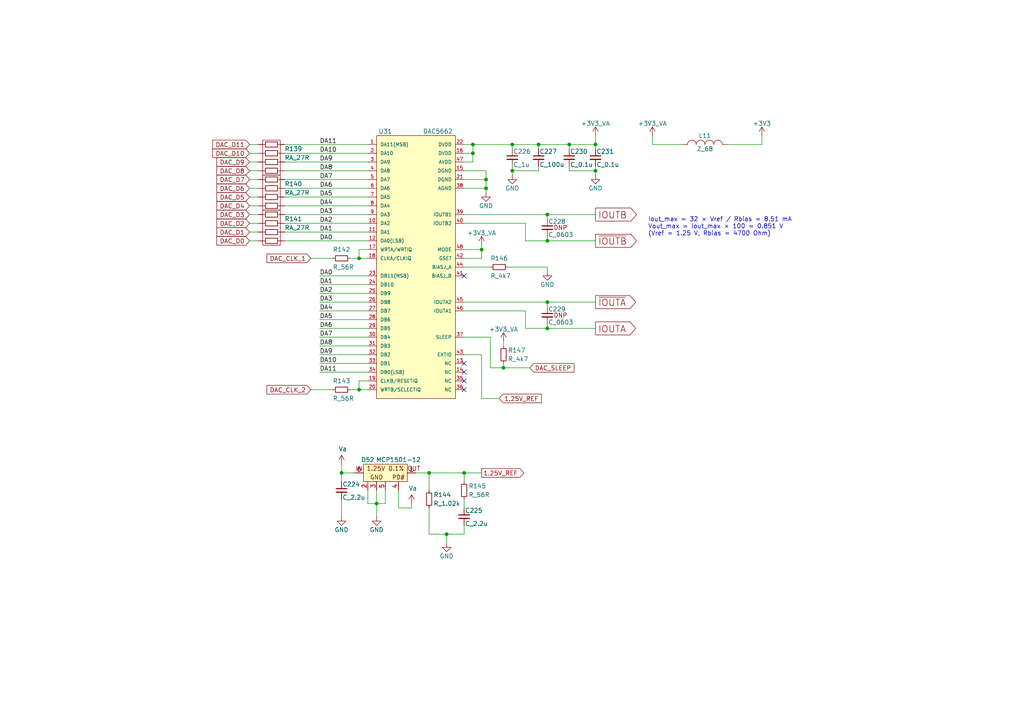
<source format=kicad_sch>
(kicad_sch (version 20231120) (generator "eeschema") (generator_version "8.0")
  (paper "A4")
  (title_block (rev "v2") (comment 1 "Copyright Dejan Priversek 2017"))
  (lib_symbols
    (symbol "ScopefunParts:+3.3V" (power) (pin_names (offset 0))
      (property "Value" "+3.3V" (at 0 3.556 0))
      (symbol "+3.3V_0_1"
        (polyline (pts (xy -0.762 1.27) (xy 0 2.54)))
        (polyline (pts (xy 0 0) (xy 0 2.54)))
        (polyline (pts (xy 0 2.54) (xy 0.762 1.27)))
      )
      (symbol "+3.3V_1_1"
        (pin power_in line (at 0 0 90) (length 0) hide (name "+3V3") (number "1"))
      )
    )
    (symbol "ScopefunParts:+3.3V_VA" (power) (pin_names (offset 0))
      (property "Value" "+3.3V_VA" (at 0 3.556 0))
      (symbol "+3.3V_VA_0_1"
        (polyline (pts (xy -0.762 1.27) (xy 0 2.54)))
        (polyline (pts (xy 0 0) (xy 0 2.54)))
        (polyline (pts (xy 0 2.54) (xy 0.762 1.27)))
      )
      (symbol "+3.3V_VA_1_1"
        (pin power_in line (at 0 0 90) (length 0) hide (name "+3V3_VA") (number "1"))
      )
    )
    (symbol "ScopefunParts:+Va" (power) (pin_names (offset 0))
      (property "Value" "+Va" (at 0 3.556 0))
      (symbol "+Va_0_1"
        (polyline (pts (xy -0.762 1.27) (xy 0 2.54)))
        (polyline (pts (xy 0 0) (xy 0 2.54)))
        (polyline (pts (xy 0 2.54) (xy 0.762 1.27)))
      )
      (symbol "+Va_1_1"
        (pin power_in line (at 0 0 90) (length 0) hide (name "Va") (number "1"))
      )
    )
    (symbol "ScopefunParts:C_0.1u" (pin_numbers hide) (pin_names (offset 0.254) hide)
      (property "Reference" "C" (at 0.254 1.778 0))
      (property "Value" "C_0.1u" (at 0.254 -2.032 0))
      (symbol "C_0.1u_0_1"
        (polyline (pts (xy -1.524 -0.508) (xy 1.524 -0.508)) (stroke (width 0.3302)))
        (polyline (pts (xy -1.524 0.508) (xy 1.524 0.508)) (stroke (width 0.3048)))
      )
      (symbol "C_0.1u_1_1"
        (pin passive line (at 0 2.54 270) (length 1.905) (name "~") (number "1"))
        (pin passive line (at 0 -2.54 90) (length 2.032) (name "~") (number "2"))
      )
    )
    (symbol "ScopefunParts:C_0603" (pin_numbers hide) (pin_names (offset 0.254) hide)
      (property "Reference" "C" (at 0.254 1.778 0))
      (property "Value" "C_0603" (at 0.254 -2.032 0))
      (symbol "C_0603_0_0"
        (text "DNP" (at 3.81 0 0) (effects (font (size 1.27 1.27))))
      )
      (symbol "C_0603_0_1"
        (polyline (pts (xy -1.524 -0.508) (xy 1.524 -0.508)) (stroke (width 0.3302)))
        (polyline (pts (xy -1.524 0.508) (xy 1.524 0.508)) (stroke (width 0.3048)))
      )
      (symbol "C_0603_1_1"
        (pin passive line (at 0 2.54 270) (length 1.905) (name "~") (number "1"))
        (pin passive line (at 0 -2.54 90) (length 2.032) (name "~") (number "2"))
      )
    )
    (symbol "ScopefunParts:C_100u" (pin_numbers hide) (pin_names (offset 0.254) hide)
      (property "Reference" "C" (at 0.254 1.778 0))
      (property "Value" "C_100u" (at 0.254 -2.032 0))
      (symbol "C_100u_0_1"
        (polyline (pts (xy -1.524 -0.508) (xy 1.524 -0.508)) (stroke (width 0.3302)))
        (polyline (pts (xy -1.524 0.508) (xy 1.524 0.508)) (stroke (width 0.3048)))
      )
      (symbol "C_100u_1_1"
        (pin passive line (at 0 2.54 270) (length 1.905) (name "~") (number "1"))
        (pin passive line (at 0 -2.54 90) (length 2.032) (name "~") (number "2"))
      )
    )
    (symbol "ScopefunParts:C_1u" (pin_numbers hide) (pin_names (offset 0.254) hide)
      (property "Reference" "C" (at 0.254 1.778 0))
      (property "Value" "C_1u" (at 0.254 -2.032 0))
      (symbol "C_1u_0_1"
        (polyline (pts (xy -1.524 -0.508) (xy 1.524 -0.508)) (stroke (width 0.3302)))
        (polyline (pts (xy -1.524 0.508) (xy 1.524 0.508)) (stroke (width 0.3048)))
      )
      (symbol "C_1u_1_1"
        (pin passive line (at 0 2.54 270) (length 1.905) (name "~") (number "1"))
        (pin passive line (at 0 -2.54 90) (length 2.032) (name "~") (number "2"))
      )
    )
    (symbol "ScopefunParts:C_2.2u" (pin_numbers hide) (pin_names (offset 0.254) hide)
      (property "Reference" "C" (at 0.254 1.778 0))
      (property "Value" "C_2.2u" (at 0.254 -2.032 0))
      (symbol "C_2.2u_0_1"
        (polyline (pts (xy -1.524 -0.508) (xy 1.524 -0.508)) (stroke (width 0.3302)))
        (polyline (pts (xy -1.524 0.508) (xy 1.524 0.508)) (stroke (width 0.3048)))
      )
      (symbol "C_2.2u_1_1"
        (pin passive line (at 0 2.54 270) (length 1.905) (name "~") (number "1"))
        (pin passive line (at 0 -2.54 90) (length 2.032) (name "~") (number "2"))
      )
    )
    (symbol "ScopefunParts:DAC5662" (pin_names (offset 1.016))
      (property "Reference" "U" (at -8.89 34.29 0))
      (property "Value" "DAC5662" (at 6.35 34.29 0))
      (symbol "DAC5662_1_1"
        (rectangle (start -11.43 33.02) (end 11.43 -43.18) (fill (type background)))
        (pin input line (at -13.97 30.48 0) (length 2.54) (name "DA11(MSB)") (number "1"))
        (pin input line (at -13.97 7.62 0) (length 2.54) (name "DA2") (number "10"))
        (pin input line (at -13.97 5.08 0) (length 2.54) (name "DA1") (number "11"))
        (pin input line (at -13.97 2.54 0) (length 2.54) (name "DA0(LSB)") (number "12"))
        (pin unspecified line (at 13.97 -33.02 180) (length 2.54) (name "NC") (number "13"))
        (pin unspecified line (at 13.97 -35.56 180) (length 2.54) (name "NC") (number "14"))
        (pin power_in line (at 13.97 22.86 180) (length 2.54) (name "DGND") (number "15"))
        (pin power_in line (at 13.97 27.94 180) (length 2.54) (name "DVDD") (number "16"))
        (pin input line (at -13.97 0 0) (length 2.54) (name "WRTA/WRTIQ") (number "17"))
        (pin input line (at -13.97 -2.54 0) (length 2.54) (name "CLKA/CLKIQ") (number "18"))
        (pin input line (at -13.97 -38.1 0) (length 2.54) (name "CLKB/RESETIQ") (number "19"))
        (pin input line (at -13.97 27.94 0) (length 2.54) (name "DA10") (number "2"))
        (pin input line (at -13.97 -40.64 0) (length 2.54) (name "WRTB/SELECTIQ") (number "20"))
        (pin power_in line (at 13.97 20.32 180) (length 2.54) (name "DGND") (number "21"))
        (pin power_in line (at 13.97 30.48 180) (length 2.54) (name "DVDD") (number "22"))
        (pin input line (at -13.97 -7.62 0) (length 2.54) (name "DB11(MSB)") (number "23"))
        (pin input line (at -13.97 -10.16 0) (length 2.54) (name "DB10") (number "24"))
        (pin input line (at -13.97 -12.7 0) (length 2.54) (name "DB9") (number "25"))
        (pin input line (at -13.97 -15.24 0) (length 2.54) (name "DB8") (number "26"))
        (pin input line (at -13.97 -17.78 0) (length 2.54) (name "DB7") (number "27"))
        (pin input line (at -13.97 -20.32 0) (length 2.54) (name "DB6") (number "28"))
        (pin input line (at -13.97 -22.86 0) (length 2.54) (name "DB5") (number "29"))
        (pin input line (at -13.97 25.4 0) (length 2.54) (name "DA9") (number "3"))
        (pin input line (at -13.97 -25.4 0) (length 2.54) (name "DB4") (number "30"))
        (pin input line (at -13.97 -27.94 0) (length 2.54) (name "DB3") (number "31"))
        (pin input line (at -13.97 -30.48 0) (length 2.54) (name "DB2") (number "32"))
        (pin input line (at -13.97 -33.02 0) (length 2.54) (name "DB1") (number "33"))
        (pin input line (at -13.97 -35.56 0) (length 2.54) (name "DB0(LSB)") (number "34"))
        (pin unspecified line (at 13.97 -38.1 180) (length 2.54) (name "NC") (number "35"))
        (pin unspecified line (at 13.97 -40.64 180) (length 2.54) (name "NC") (number "36"))
        (pin input line (at 13.97 -25.4 180) (length 2.54) (name "SLEEP") (number "37"))
        (pin power_in line (at 13.97 17.78 180) (length 2.54) (name "AGND") (number "38"))
        (pin output line (at 13.97 10.16 180) (length 2.54) (name "IOUTB1") (number "39"))
        (pin input line (at -13.97 22.86 0) (length 2.54) (name "DA8") (number "4"))
        (pin output line (at 13.97 7.62 180) (length 2.54) (name "IOUTB2") (number "40"))
        (pin input line (at 13.97 -7.62 180) (length 2.54) (name "BIASJ_B") (number "41"))
        (pin input line (at 13.97 -2.54 180) (length 2.54) (name "GSET") (number "42"))
        (pin bidirectional line (at 13.97 -30.48 180) (length 2.54) (name "EXTIO") (number "43"))
        (pin input line (at 13.97 -5.08 180) (length 2.54) (name "BIASJ_A") (number "44"))
        (pin output line (at 13.97 -15.24 180) (length 2.54) (name "IOUTA2") (number "45"))
        (pin output line (at 13.97 -17.78 180) (length 2.54) (name "IOUTA1") (number "46"))
        (pin power_in line (at 13.97 25.4 180) (length 2.54) (name "AVDD") (number "47"))
        (pin input line (at 13.97 0 180) (length 2.54) (name "MODE") (number "48"))
        (pin input line (at -13.97 20.32 0) (length 2.54) (name "DA7") (number "5"))
        (pin input line (at -13.97 17.78 0) (length 2.54) (name "DA6") (number "6"))
        (pin input line (at -13.97 15.24 0) (length 2.54) (name "DA5") (number "7"))
        (pin input line (at -13.97 12.7 0) (length 2.54) (name "DA4") (number "8"))
        (pin input line (at -13.97 10.16 0) (length 2.54) (name "DA3") (number "9"))
      )
    )
    (symbol "ScopefunParts:MCP1501-12" (pin_names (offset 0) hide)
      (property "Reference" "D" (at -5.08 3.81 0))
      (property "Value" "MCP1501-12" (at 3.81 3.81 0))
      (symbol "MCP1501-12_0_0"
        (text "1.25V 0.1%" (at 0 1.27 0) (effects (font (size 1.27 1.27))))
        (text "GND" (at -2.54 -1.27 0) (effects (font (size 1.1938 1.1938))))
        (text "IN" (at -7.62 1.27 0) (effects (font (size 1.27 1.27))))
        (text "OUT" (at 6.35 1.27 0) (effects (font (size 1.27 1.27)) (justify left)))
        (text "PD#" (at 3.81 -1.27 0) (effects (font (size 1.1938 1.1938))))
      )
      (symbol "MCP1501-12_0_1"
        (rectangle (start -6.35 2.54) (end 6.35 -2.54) (fill (type background)))
      )
      (symbol "MCP1501-12_1_1"
        (pin output line (at 8.89 0 180) (length 2.54) (name "OUT") (number "1"))
        (pin power_in line (at -5.08 -5.08 90) (length 2.54) (name "GND") (number "2"))
        (pin power_in line (at -2.54 -5.08 90) (length 2.54) (name "GND") (number "3"))
        (pin power_in line (at 3.81 -5.08 90) (length 2.54) (name "SHDN#") (number "4"))
        (pin power_in line (at 0 -5.08 90) (length 2.54) (name "GND") (number "5"))
        (pin power_in line (at -8.89 0 0) (length 2.54) (name "VDD") (number "6"))
      )
    )
    (symbol "ScopefunParts:RA_27R" (pin_numbers hide) (pin_names (offset 0.254) hide)
      (property "Reference" "R" (at 3.175 5.08 0))
      (property "Value" "RA_27R" (at 3.175 2.54 0))
      (symbol "RA_27R_0_1"
        (rectangle (start -2.54 5.08) (end 2.54 -5.08))
        (rectangle (start -1.778 -3.048) (end 1.778 -4.572) (stroke (width 0.2032)))
        (rectangle (start -1.778 -0.508) (end 1.778 -2.032) (stroke (width 0.2032)))
        (rectangle (start -1.778 2.032) (end 1.778 0.508) (stroke (width 0.2032)))
        (rectangle (start -1.778 4.572) (end 1.778 3.048) (stroke (width 0.2032)))
        (polyline (pts (xy -1.905 -3.81) (xy -2.54 -3.81)))
        (polyline (pts (xy -1.905 -1.27) (xy -2.54 -1.27)))
        (polyline (pts (xy -1.905 1.27) (xy -2.54 1.27)))
        (polyline (pts (xy -1.905 3.81) (xy -2.54 3.81)))
        (polyline (pts (xy 1.905 -3.81) (xy 2.54 -3.81)))
        (polyline (pts (xy 2.54 1.27) (xy 1.905 1.27)))
        (polyline (pts (xy 2.54 3.81) (xy 1.905 3.81)))
        (polyline (pts (xy 1.905 -1.27) (xy 3.175 -1.27) (xy 2.54 -1.27)))
      )
      (symbol "RA_27R_1_1"
        (pin passive line (at 3.81 3.81 180) (length 1.27) (name "~") (number "1"))
        (pin passive line (at 3.81 1.27 180) (length 1.27) (name "~") (number "2"))
        (pin passive line (at 3.81 -1.27 180) (length 1.27) (name "~") (number "3"))
        (pin passive line (at 3.81 -3.81 180) (length 1.27) (name "~") (number "4"))
        (pin passive line (at -3.81 -3.81 0) (length 1.27) (name "~") (number "5"))
        (pin passive line (at -3.81 -1.27 0) (length 1.27) (name "~") (number "6"))
        (pin passive line (at -3.81 1.27 0) (length 1.27) (name "~") (number "7"))
        (pin passive line (at -3.81 3.81 0) (length 1.27) (name "~") (number "8"))
      )
    )
    (symbol "ScopefunParts:R_1.02k" (pin_numbers hide) (pin_names (offset 0.254) hide)
      (property "Reference" "R" (at 1.27 1.27 0))
      (property "Value" "R_1.02k" (at 1.27 -1.27 0))
      (symbol "R_1.02k_0_1"
        (rectangle (start -0.762 1.778) (end 0.762 -1.778) (stroke (width 0.2032)))
      )
      (symbol "R_1.02k_1_1"
        (pin passive line (at 0 2.54 270) (length 0.762) (name "~") (number "1"))
        (pin passive line (at 0 -2.54 90) (length 0.762) (name "~") (number "2"))
      )
    )
    (symbol "ScopefunParts:R_4k7" (pin_numbers hide) (pin_names (offset 0.254) hide)
      (property "Reference" "R" (at 1.27 1.27 0))
      (property "Value" "R_4k7" (at 1.27 -1.27 0))
      (symbol "R_4k7_0_1"
        (rectangle (start -0.762 1.778) (end 0.762 -1.778) (stroke (width 0.2032)))
      )
      (symbol "R_4k7_1_1"
        (pin passive line (at 0 2.54 270) (length 0.762) (name "~") (number "1"))
        (pin passive line (at 0 -2.54 90) (length 0.762) (name "~") (number "2"))
      )
    )
    (symbol "ScopefunParts:R_56R" (pin_numbers hide) (pin_names (offset 0.254) hide)
      (property "Reference" "R" (at 1.27 1.27 0))
      (property "Value" "R_56R" (at 1.27 -1.27 0))
      (symbol "R_56R_0_1"
        (rectangle (start -0.762 1.778) (end 0.762 -1.778) (stroke (width 0.2032)))
      )
      (symbol "R_56R_1_1"
        (pin passive line (at 0 2.54 270) (length 0.762) (name "~") (number "1"))
        (pin passive line (at 0 -2.54 90) (length 0.762) (name "~") (number "2"))
      )
    )
    (symbol "ScopefunParts:Z_68" (pin_numbers hide) (pin_names (offset 0) hide)
      (property "Reference" "L" (at 0 2.54 0))
      (property "Value" "Z_68" (at 0 -1.27 0))
      (symbol "Z_68_0_1"
        (arc (start -2.54 0) (mid -3.81 1.27) (end -5.08 0))
        (arc (start 0 0) (mid -1.27 1.27) (end -2.54 0))
        (arc (start 2.54 0) (mid 1.27 1.27) (end 0 0))
        (arc (start 5.08 0) (mid 3.81 1.27) (end 2.54 0))
      )
      (symbol "Z_68_1_1"
        (pin passive line (at -6.35 0 0) (length 1.27) (name "1") (number "1"))
        (pin passive line (at 6.35 0 180) (length 1.27) (name "2") (number "2"))
      )
    )
    (symbol "Scopefun_v2-rescue:GND" (power) (pin_names (offset 0))
      (property "Value" "GND" (at 0 -3.81 0))
      (symbol "GND_0_1"
        (polyline (pts (xy 0 0) (xy 0 -1.27) (xy 1.27 -1.27) (xy 0 -2.54) (xy -1.27 -1.27) (xy 0 -1.27)))
      )
      (symbol "GND_1_1"
        (pin power_in line (at 0 0 270) (length 0) hide (name "GND") (number "1"))
      )
    )
  )
  (junction (at 158.75 87.63))
  (junction (at 165.1 41.91))
  (junction (at 158.75 69.85))
  (junction (at 124.46 137.16))
  (junction (at 140.97 54.61))
  (junction (at 146.05 106.68))
  (junction (at 104.14 74.93))
  (junction (at 109.22 146.05))
  (junction (at 172.72 49.53))
  (junction (at 99.06 137.16))
  (junction (at 158.75 62.23))
  (junction (at 137.16 41.91))
  (junction (at 129.54 154.94))
  (junction (at 172.72 41.91))
  (junction (at 156.21 41.91))
  (junction (at 104.14 113.03))
  (junction (at 134.62 137.16))
  (junction (at 148.59 49.53))
  (junction (at 158.75 95.25))
  (junction (at 140.97 52.07))
  (junction (at 137.16 44.45))
  (junction (at 148.59 41.91))
  (junction (at 139.7 72.39))
  (no_connect (at 134.62 110.49))
  (no_connect (at 134.62 105.41))
  (no_connect (at 134.62 113.03))
  (no_connect (at 134.62 107.95))
  (no_connect (at 134.62 80.01))
  (wire (pts (xy 104.14 110.49) (xy 104.14 113.03)))
  (wire (pts (xy 92.71 107.95) (xy 106.68 107.95)))
  (wire (pts (xy 165.1 49.53) (xy 172.72 49.53)))
  (wire (pts (xy 82.55 69.85) (xy 106.68 69.85)))
  (wire (pts (xy 139.7 74.93) (xy 134.62 74.93)))
  (wire (pts (xy 106.68 72.39) (xy 104.14 72.39)))
  (wire (pts (xy 82.55 64.77) (xy 106.68 64.77)))
  (wire (pts (xy 134.62 90.17) (xy 152.4 90.17)))
  (wire (pts (xy 72.39 49.53) (xy 74.93 49.53)))
  (wire (pts (xy 189.23 41.91) (xy 198.12 41.91)))
  (wire (pts (xy 92.71 100.33) (xy 106.68 100.33)))
  (wire (pts (xy 82.55 44.45) (xy 106.68 44.45)))
  (wire (pts (xy 189.23 39.37) (xy 189.23 41.91)))
  (wire (pts (xy 134.62 87.63) (xy 158.75 87.63)))
  (wire (pts (xy 137.16 46.99) (xy 134.62 46.99)))
  (wire (pts (xy 140.97 49.53) (xy 134.62 49.53)))
  (wire (pts (xy 139.7 102.87) (xy 134.62 102.87)))
  (wire (pts (xy 158.75 63.5) (xy 158.75 62.23)))
  (wire (pts (xy 99.06 137.16) (xy 99.06 139.7)))
  (wire (pts (xy 92.71 102.87) (xy 106.68 102.87)))
  (wire (pts (xy 134.62 144.78) (xy 134.62 147.32)))
  (wire (pts (xy 152.4 64.77) (xy 152.4 69.85)))
  (wire (pts (xy 172.72 39.37) (xy 172.72 41.91)))
  (wire (pts (xy 72.39 59.69) (xy 74.93 59.69)))
  (wire (pts (xy 72.39 69.85) (xy 74.93 69.85)))
  (wire (pts (xy 156.21 43.18) (xy 156.21 41.91)))
  (wire (pts (xy 106.68 110.49) (xy 104.14 110.49)))
  (wire (pts (xy 124.46 137.16) (xy 134.62 137.16)))
  (wire (pts (xy 72.39 46.99) (xy 74.93 46.99)))
  (wire (pts (xy 134.62 41.91) (xy 137.16 41.91)))
  (wire (pts (xy 137.16 44.45) (xy 134.62 44.45)))
  (wire (pts (xy 115.57 147.32) (xy 119.38 147.32)))
  (wire (pts (xy 106.68 146.05) (xy 106.68 142.24)))
  (wire (pts (xy 92.71 87.63) (xy 106.68 87.63)))
  (wire (pts (xy 152.4 69.85) (xy 158.75 69.85)))
  (wire (pts (xy 72.39 54.61) (xy 74.93 54.61)))
  (wire (pts (xy 111.76 146.05) (xy 111.76 142.24)))
  (wire (pts (xy 82.55 62.23) (xy 106.68 62.23)))
  (wire (pts (xy 165.1 49.53) (xy 165.1 48.26)))
  (wire (pts (xy 101.6 113.03) (xy 104.14 113.03)))
  (wire (pts (xy 92.71 82.55) (xy 106.68 82.55)))
  (wire (pts (xy 72.39 67.31) (xy 74.93 67.31)))
  (wire (pts (xy 158.75 95.25) (xy 172.72 95.25)))
  (wire (pts (xy 109.22 146.05) (xy 109.22 149.86)))
  (wire (pts (xy 158.75 77.47) (xy 147.32 77.47)))
  (wire (pts (xy 146.05 99.06) (xy 146.05 100.33)))
  (wire (pts (xy 72.39 57.15) (xy 74.93 57.15)))
  (wire (pts (xy 156.21 49.53) (xy 148.59 49.53)))
  (wire (pts (xy 142.24 97.79) (xy 142.24 106.68)))
  (wire (pts (xy 137.16 41.91) (xy 137.16 44.45)))
  (wire (pts (xy 82.55 46.99) (xy 106.68 46.99)))
  (wire (pts (xy 129.54 154.94) (xy 134.62 154.94)))
  (wire (pts (xy 72.39 44.45) (xy 74.93 44.45)))
  (wire (pts (xy 82.55 41.91) (xy 106.68 41.91)))
  (wire (pts (xy 134.62 62.23) (xy 158.75 62.23)))
  (wire (pts (xy 72.39 52.07) (xy 74.93 52.07)))
  (wire (pts (xy 134.62 154.94) (xy 134.62 152.4)))
  (wire (pts (xy 134.62 77.47) (xy 142.24 77.47)))
  (wire (pts (xy 82.55 67.31) (xy 106.68 67.31)))
  (wire (pts (xy 158.75 93.98) (xy 158.75 95.25)))
  (wire (pts (xy 104.14 113.03) (xy 106.68 113.03)))
  (wire (pts (xy 156.21 41.91) (xy 165.1 41.91)))
  (wire (pts (xy 119.38 147.32) (xy 119.38 146.05)))
  (wire (pts (xy 134.62 52.07) (xy 140.97 52.07)))
  (wire (pts (xy 115.57 142.24) (xy 115.57 147.32)))
  (wire (pts (xy 142.24 106.68) (xy 146.05 106.68)))
  (wire (pts (xy 148.59 41.91) (xy 148.59 43.18)))
  (wire (pts (xy 92.71 105.41) (xy 106.68 105.41)))
  (wire (pts (xy 82.55 57.15) (xy 106.68 57.15)))
  (wire (pts (xy 72.39 62.23) (xy 74.93 62.23)))
  (wire (pts (xy 156.21 49.53) (xy 156.21 48.26)))
  (wire (pts (xy 124.46 147.32) (xy 124.46 154.94)))
  (wire (pts (xy 92.71 80.01) (xy 106.68 80.01)))
  (wire (pts (xy 220.98 41.91) (xy 210.82 41.91)))
  (wire (pts (xy 165.1 41.91) (xy 172.72 41.91)))
  (wire (pts (xy 165.1 41.91) (xy 165.1 43.18)))
  (wire (pts (xy 146.05 105.41) (xy 146.05 106.68)))
  (wire (pts (xy 106.68 146.05) (xy 109.22 146.05)))
  (wire (pts (xy 158.75 68.58) (xy 158.75 69.85)))
  (wire (pts (xy 134.62 137.16) (xy 139.7 137.16)))
  (wire (pts (xy 124.46 142.24) (xy 124.46 137.16)))
  (wire (pts (xy 137.16 41.91) (xy 148.59 41.91)))
  (wire (pts (xy 137.16 44.45) (xy 137.16 46.99)))
  (wire (pts (xy 172.72 41.91) (xy 172.72 43.18)))
  (wire (pts (xy 99.06 137.16) (xy 102.87 137.16)))
  (wire (pts (xy 109.22 146.05) (xy 111.76 146.05)))
  (wire (pts (xy 82.55 49.53) (xy 106.68 49.53)))
  (wire (pts (xy 72.39 64.77) (xy 74.93 64.77)))
  (wire (pts (xy 172.72 49.53) (xy 172.72 50.8)))
  (wire (pts (xy 158.75 78.74) (xy 158.75 77.47)))
  (wire (pts (xy 140.97 49.53) (xy 140.97 52.07)))
  (wire (pts (xy 109.22 142.24) (xy 109.22 146.05)))
  (wire (pts (xy 99.06 149.86) (xy 99.06 144.78)))
  (wire (pts (xy 158.75 87.63) (xy 172.72 87.63)))
  (wire (pts (xy 148.59 48.26) (xy 148.59 49.53)))
  (wire (pts (xy 158.75 87.63) (xy 158.75 88.9)))
  (wire (pts (xy 92.71 95.25) (xy 106.68 95.25)))
  (wire (pts (xy 139.7 72.39) (xy 139.7 74.93)))
  (wire (pts (xy 158.75 62.23) (xy 172.72 62.23)))
  (wire (pts (xy 134.62 64.77) (xy 152.4 64.77)))
  (wire (pts (xy 96.52 113.03) (xy 90.17 113.03)))
  (wire (pts (xy 82.55 52.07) (xy 106.68 52.07)))
  (wire (pts (xy 220.98 39.37) (xy 220.98 41.91)))
  (wire (pts (xy 92.71 92.71) (xy 106.68 92.71)))
  (wire (pts (xy 140.97 52.07) (xy 140.97 54.61)))
  (wire (pts (xy 92.71 90.17) (xy 106.68 90.17)))
  (wire (pts (xy 139.7 102.87) (xy 139.7 115.57)))
  (wire (pts (xy 134.62 72.39) (xy 139.7 72.39)))
  (wire (pts (xy 148.59 41.91) (xy 156.21 41.91)))
  (wire (pts (xy 92.71 85.09) (xy 106.68 85.09)))
  (wire (pts (xy 134.62 139.7) (xy 134.62 137.16)))
  (wire (pts (xy 124.46 154.94) (xy 129.54 154.94)))
  (wire (pts (xy 148.59 49.53) (xy 148.59 50.8)))
  (wire (pts (xy 99.06 134.62) (xy 99.06 137.16)))
  (wire (pts (xy 172.72 48.26) (xy 172.72 49.53)))
  (wire (pts (xy 120.65 137.16) (xy 124.46 137.16)))
  (wire (pts (xy 96.52 74.93) (xy 90.17 74.93)))
  (wire (pts (xy 152.4 95.25) (xy 158.75 95.25)))
  (wire (pts (xy 134.62 54.61) (xy 140.97 54.61)))
  (wire (pts (xy 146.05 106.68) (xy 153.67 106.68)))
  (wire (pts (xy 82.55 54.61) (xy 106.68 54.61)))
  (wire (pts (xy 104.14 72.39) (xy 104.14 74.93)))
  (wire (pts (xy 140.97 54.61) (xy 140.97 55.88)))
  (wire (pts (xy 129.54 157.48) (xy 129.54 154.94)))
  (wire (pts (xy 139.7 71.12) (xy 139.7 72.39)))
  (wire (pts (xy 152.4 90.17) (xy 152.4 95.25)))
  (wire (pts (xy 72.39 41.91) (xy 74.93 41.91)))
  (wire (pts (xy 82.55 59.69) (xy 106.68 59.69)))
  (wire (pts (xy 139.7 115.57) (xy 144.78 115.57)))
  (wire (pts (xy 158.75 69.85) (xy 172.72 69.85)))
  (wire (pts (xy 104.14 74.93) (xy 106.68 74.93)))
  (wire (pts (xy 92.71 97.79) (xy 106.68 97.79)))
  (wire (pts (xy 142.24 97.79) (xy 134.62 97.79)))
  (wire (pts (xy 101.6 74.93) (xy 104.14 74.93)))
  (text "Iout_max = 32 × Vref / Rbias = 8.51 mA\nVout_max = Iout_max × 100 = 0.851 V\n(Vref = 1.25 V, Rbias = 4700 Ohm)" (at 187.96 68.58 0) (effects (font (size 1.27 1.27)) (justify left bottom)))
  (label "DA9" (at 92.71 102.87 0))
  (label "DA5" (at 92.71 92.71 0))
  (label "DA11" (at 92.71 41.91 0))
  (label "DA6" (at 92.71 95.25 0))
  (label "DA1" (at 92.71 67.31 0))
  (label "DA2" (at 92.71 64.77 0))
  (label "DA2" (at 92.71 85.09 0))
  (label "DA8" (at 92.71 100.33 0))
  (label "DA9" (at 92.71 46.99 0))
  (label "DA3" (at 92.71 87.63 0))
  (label "DA10" (at 92.71 44.45 0))
  (label "DA4" (at 92.71 90.17 0))
  (label "DA0" (at 92.71 69.85 0))
  (label "DA4" (at 92.71 59.69 0))
  (label "DA6" (at 92.71 54.61 0))
  (label "DA10" (at 92.71 105.41 0))
  (label "DA7" (at 92.71 52.07 0))
  (label "DA3" (at 92.71 62.23 0))
  (label "DA0" (at 92.71 80.01 0))
  (label "DA1" (at 92.71 82.55 0))
  (label "DA8" (at 92.71 49.53 0))
  (label "DA5" (at 92.71 57.15 0))
  (label "DA11" (at 92.71 107.95 0))
  (label "DA7" (at 92.71 97.79 0))
  (global_label "IOUTB" (shape output) (at 172.72 62.23 0) (effects (font (size 1.905 1.905))) (property "Intersheetrefs" "${INTERSHEET_REFS}" (effects (hide yes))))
  (global_label "DAC_D5" (shape input) (at 72.39 57.15 180) (property "Intersheetrefs" "${INTERSHEET_REFS}" (effects (hide yes))))
  (global_label "1.25V_REF" (shape input) (at 144.78 115.57 0) (property "Intersheetrefs" "${INTERSHEET_REFS}" (effects (hide yes))))
  (global_label "IOUTA" (shape output) (at 172.72 95.25 0) (effects (font (size 1.905 1.905))) (property "Intersheetrefs" "${INTERSHEET_REFS}" (effects (hide yes))))
  (global_label "DAC_D10" (shape input) (at 72.39 44.45 180) (property "Intersheetrefs" "${INTERSHEET_REFS}" (effects (hide yes))))
  (global_label "DAC_D4" (shape input) (at 72.39 59.69 180) (property "Intersheetrefs" "${INTERSHEET_REFS}" (effects (hide yes))))
  (global_label "DAC_CLK_2" (shape input) (at 90.17 113.03 180) (property "Intersheetrefs" "${INTERSHEET_REFS}" (effects (hide yes))))
  (global_label "DAC_D6" (shape input) (at 72.39 54.61 180) (property "Intersheetrefs" "${INTERSHEET_REFS}" (effects (hide yes))))
  (global_label "DAC_CLK_1" (shape input) (at 90.17 74.93 180) (property "Intersheetrefs" "${INTERSHEET_REFS}" (effects (hide yes))))
  (global_label "DAC_D0" (shape input) (at 72.39 69.85 180) (property "Intersheetrefs" "${INTERSHEET_REFS}" (effects (hide yes))))
  (global_label "~{IOUTB}" (shape output) (at 172.72 69.85 0) (effects (font (size 1.905 1.905))) (property "Intersheetrefs" "${INTERSHEET_REFS}" (effects (hide yes))))
  (global_label "DAC_D8" (shape input) (at 72.39 49.53 180) (property "Intersheetrefs" "${INTERSHEET_REFS}" (effects (hide yes))))
  (global_label "DAC_D9" (shape input) (at 72.39 46.99 180) (property "Intersheetrefs" "${INTERSHEET_REFS}" (effects (hide yes))))
  (global_label "DAC_D11" (shape input) (at 72.39 41.91 180) (property "Intersheetrefs" "${INTERSHEET_REFS}" (effects (hide yes))))
  (global_label "1.25V_REF" (shape output) (at 139.7 137.16 0) (property "Intersheetrefs" "${INTERSHEET_REFS}" (effects (hide yes))))
  (global_label "DAC_D7" (shape input) (at 72.39 52.07 180) (property "Intersheetrefs" "${INTERSHEET_REFS}" (effects (hide yes))))
  (global_label "DAC_D2" (shape input) (at 72.39 64.77 180) (property "Intersheetrefs" "${INTERSHEET_REFS}" (effects (hide yes))))
  (global_label "DAC_D1" (shape input) (at 72.39 67.31 180) (property "Intersheetrefs" "${INTERSHEET_REFS}" (effects (hide yes))))
  (global_label "DAC_D3" (shape input) (at 72.39 62.23 180) (property "Intersheetrefs" "${INTERSHEET_REFS}" (effects (hide yes))))
  (global_label "DAC_SLEEP" (shape input) (at 153.67 106.68 0) (property "Intersheetrefs" "${INTERSHEET_REFS}" (effects (hide yes))))
  (global_label "~{IOUTA}" (shape output) (at 172.72 87.63 0) (effects (font (size 1.905 1.905))) (property "Intersheetrefs" "${INTERSHEET_REFS}" (effects (hide yes))))
  (symbol (lib_id "ScopefunParts:DAC5662") (at 120.65 72.39 0) (unit 1)
    (property "Reference" "U31" (at 111.76 38.1 0))
    (property "Value" "DAC5662" (at 127 38.1 0))
    (property "Footprint" "ScopefunPackagesLibrary:S-PQFP-G48" (effects (hide yes)))
    (property "Datasheet" "http://www.ti.com/lit/ds/symlink/dac5662.pdf" (effects (hide yes)))
    (property "Description" "DAC 12 bit 275 MSPS Dual DAC" (effects (hide yes)))
    (property "Manufacturer Part Number" "DAC5662IPFB" (effects (hide yes)))
  )
  (symbol (lib_id "Scopefun_v2-rescue:GND") (at 140.97 55.88 0) (unit 1)
    (property "Reference" "#PWR0352" (effects (hide yes)))
    (property "Value" "GND" (at 140.97 59.69 0))
  )
  (symbol (lib_id "ScopefunParts:C_0.1u") (at 172.72 45.72 0) (unit 1)
    (property "Reference" "C231" (at 172.974 43.942 0) (effects (justify left)))
    (property "Value" "C_0.1u" (at 172.974 47.752 0) (effects (justify left)))
    (property "Footprint" "ScopefunPackagesLibrary:C_0603" (effects (hide yes)))
    (property "Description" "MLCC - SMD/SMT 0603 16V X7R 10%" (effects (hide yes)))
    (property "Manufacturer Part Number" "C0603C104K4RACTU" (effects (hide yes)))
  )
  (symbol (lib_id "Scopefun_v2-rescue:GND") (at 148.59 50.8 0) (unit 1)
    (property "Reference" "#PWR0353" (effects (hide yes)))
    (property "Value" "GND" (at 148.59 54.61 0))
  )
  (symbol (lib_id "ScopefunParts:C_0.1u") (at 165.1 45.72 0) (unit 1)
    (property "Reference" "C230" (at 165.354 43.942 0) (effects (justify left)))
    (property "Value" "C_0.1u" (at 165.354 47.752 0) (effects (justify left)))
    (property "Footprint" "ScopefunPackagesLibrary:C_0603" (effects (hide yes)))
    (property "Description" "MLCC - SMD/SMT 0603 16V X7R 10%" (effects (hide yes)))
    (property "Manufacturer Part Number" "C0603C104K4RACTU" (effects (hide yes)))
  )
  (symbol (lib_id "Scopefun_v2-rescue:GND") (at 158.75 78.74 0) (unit 1)
    (property "Reference" "#PWR0354" (effects (hide yes)))
    (property "Value" "GND" (at 158.75 82.55 0))
  )
  (symbol (lib_id "ScopefunParts:R_4k7") (at 146.05 102.87 0) (unit 1)
    (property "Reference" "R147" (at 147.32 101.6 0) (effects (justify left)))
    (property "Value" "R_4k7" (at 147.32 104.14 0) (effects (justify left)))
    (property "Footprint" "ScopefunPackagesLibrary:R_0603" (effects (hide yes)))
    (property "Datasheet" "http://industrial.panasonic.com/cdbs/www-data/pdf/AOA0000/AOA0000CE2.pdf" (effects (hide yes)))
    (property "Description" "RES SMD 1% 1/10W 0603" (effects (hide yes)))
    (property "Manufacturer Part Number" "ERJ-3EKF4701V" (effects (hide yes)))
  )
  (symbol (lib_id "ScopefunParts:C_100u") (at 156.21 45.72 0) (unit 1)
    (property "Reference" "C227" (at 156.464 43.942 0) (effects (justify left)))
    (property "Value" "C_100u" (at 156.464 47.752 0) (effects (justify left)))
    (property "Footprint" "ScopefunPackagesLibrary:C_1210" (effects (hide yes)))
    (property "Datasheet" "http://datasheets.avx.com/cx5r.pdf" (effects (hide yes)))
    (property "Description" "MLCC - SMD/SMT 1210 6.3V X5R 20%" (effects (hide yes)))
    (property "Manufacturer Part Number" "12106D107MAT2A" (effects (hide yes)))
  )
  (symbol (lib_id "Scopefun_v2-rescue:GND") (at 172.72 50.8 0) (unit 1)
    (property "Reference" "#PWR0355" (effects (hide yes)))
    (property "Value" "GND" (at 172.72 54.61 0))
  )
  (symbol (lib_id "ScopefunParts:+3.3V_VA") (at 189.23 39.37 0) (mirror y) (unit 1)
    (property "Reference" "#PWR0356" (effects (hide yes)))
    (property "Value" "+3V3_VA" (at 189.23 35.814 0))
  )
  (symbol (lib_id "ScopefunParts:+3.3V") (at 220.98 39.37 0) (mirror y) (unit 1)
    (property "Reference" "#PWR0357" (effects (hide yes)))
    (property "Value" "+3V3" (at 220.98 35.814 0))
  )
  (symbol (lib_id "ScopefunParts:+3.3V_VA") (at 172.72 39.37 0) (unit 1)
    (property "Reference" "#PWR0358" (effects (hide yes)))
    (property "Value" "+3V3_VA" (at 172.72 35.814 0))
  )
  (symbol (lib_id "ScopefunParts:+3.3V_VA") (at 139.7 71.12 0) (unit 1)
    (property "Reference" "#PWR0359" (effects (hide yes)))
    (property "Value" "+3V3_VA" (at 139.7 67.564 0))
  )
  (symbol (lib_id "ScopefunParts:+3.3V_VA") (at 146.05 99.06 0) (unit 1)
    (property "Reference" "#PWR0360" (effects (hide yes)))
    (property "Value" "+3V3_VA" (at 146.05 95.504 0))
  )
  (symbol (lib_id "ScopefunParts:C_1u") (at 148.59 45.72 0) (unit 1)
    (property "Reference" "C226" (at 148.844 43.942 0) (effects (justify left)))
    (property "Value" "C_1u" (at 148.844 47.752 0) (effects (justify left)))
    (property "Footprint" "ScopefunPackagesLibrary:C_0603" (effects (hide yes)))
    (property "Description" "MLCC - SMD/SMT 0603 6.3V X5R 10%" (effects (hide yes)))
    (property "Manufacturer Part Number" "C0603C105K9PACTU" (effects (hide yes)))
  )
  (symbol (lib_id "ScopefunParts:Z_68") (at 204.47 41.91 0) (unit 1)
    (property "Reference" "L11" (at 204.47 39.37 0))
    (property "Value" "Z_68" (at 204.47 43.18 0))
    (property "Footprint" "ScopefunPackagesLibrary:L_0805" (effects (hide yes)))
    (property "Datasheet" "https://katalog.we-online.com/pbs/datasheet/782853680.pdf" (effects (hide yes)))
    (property "Description" "FERRITE BEAD 68 OHM 0805 R=25m I=3A" (effects (hide yes)))
    (property "Manufacturer Part Number" "782853680" (effects (hide yes)))
  )
  (symbol (lib_id "ScopefunParts:+Va") (at 99.06 134.62 0) (unit 1)
    (property "Reference" "#PWR0361" (effects (hide yes)))
    (property "Value" "Va" (at 99.441 130.2258 0))
  )
  (symbol (lib_id "ScopefunParts:+Va") (at 119.38 146.05 0) (unit 1)
    (property "Reference" "#PWR0362" (effects (hide yes)))
    (property "Value" "Va" (at 119.761 141.6558 0))
  )
  (symbol (lib_id "Scopefun_v2-rescue:GND") (at 109.22 149.86 0) (unit 1)
    (property "Reference" "#PWR0363" (effects (hide yes)))
    (property "Value" "GND" (at 109.22 153.67 0))
  )
  (symbol (lib_id "Scopefun_v2-rescue:GND") (at 99.06 149.86 0) (unit 1)
    (property "Reference" "#PWR0364" (effects (hide yes)))
    (property "Value" "GND" (at 99.06 153.67 0))
  )
  (symbol (lib_id "ScopefunParts:R_1.02k") (at 124.46 144.78 0) (unit 1)
    (property "Reference" "R144" (at 125.73 143.51 0) (effects (justify left)))
    (property "Value" "R_1.02k" (at 125.73 146.05 0) (effects (justify left)))
    (property "Footprint" "ScopefunPackagesLibrary:R_0603" (effects (hide yes)))
    (property "Datasheet" "http://industrial.panasonic.com/cdbs/www-data/pdf/AOA0000/AOA0000CE2.pdf" (effects (hide yes)))
    (property "Description" "RES SMD 1% 1/10W 0603" (effects (hide yes)))
    (property "Manufacturer Part Number" "ERJ-3EKF1021V" (effects (hide yes)))
  )
  (symbol (lib_id "Scopefun_v2-rescue:GND") (at 129.54 157.48 0) (unit 1)
    (property "Reference" "#PWR0365" (effects (hide yes)))
    (property "Value" "GND" (at 129.54 161.29 0))
  )
  (symbol (lib_id "ScopefunParts:R_56R") (at 134.62 142.24 0) (unit 1)
    (property "Reference" "R145" (at 135.89 140.97 0) (effects (justify left)))
    (property "Value" "R_56R" (at 135.89 143.51 0) (effects (justify left)))
    (property "Footprint" "ScopefunPackagesLibrary:R_0603" (effects (hide yes)))
    (property "Datasheet" "http://industrial.panasonic.com/cdbs/www-data/pdf/AOA0000/AOA0000CE2.pdf" (effects (hide yes)))
    (property "Description" "RES SMD 1% 1/10W 0603" (effects (hide yes)))
    (property "Manufacturer Part Number" "ERJ-3EKF56R0V" (effects (hide yes)))
  )
  (symbol (lib_id "ScopefunParts:C_2.2u") (at 99.06 142.24 0) (unit 1)
    (property "Reference" "C224" (at 99.314 140.462 0) (effects (justify left)))
    (property "Value" "C_2.2u" (at 99.314 144.272 0) (effects (justify left)))
    (property "Footprint" "ScopefunPackagesLibrary:C_0603" (effects (hide yes)))
    (property "Description" "MLCC - SMD/SMT 0603 6.3V X5R 20%" (effects (hide yes)))
    (property "Manufacturer Part Number" "CC0603MRX5R5BB225" (effects (hide yes)))
  )
  (symbol (lib_id "ScopefunParts:C_2.2u") (at 134.62 149.86 0) (unit 1)
    (property "Reference" "C225" (at 134.874 148.082 0) (effects (justify left)))
    (property "Value" "C_2.2u" (at 134.874 151.892 0) (effects (justify left)))
    (property "Footprint" "ScopefunPackagesLibrary:C_0603" (effects (hide yes)))
    (property "Description" "MLCC - SMD/SMT 0603 6.3V X5R 20%" (effects (hide yes)))
    (property "Manufacturer Part Number" "CC0603MRX5R5BB225" (effects (hide yes)))
  )
  (symbol (lib_id "ScopefunParts:MCP1501-12") (at 111.76 137.16 0) (unit 1)
    (property "Reference" "D52" (at 106.68 133.35 0))
    (property "Value" "MCP1501-12" (at 115.57 133.35 0))
    (property "Footprint" "ScopefunPackagesLibrary:SOT23-6" (effects (hide yes)))
    (property "Datasheet" "http://ww1.microchip.com/downloads/en/DeviceDoc/20005474D.pdf" (effects (hide yes)))
    (property "Description" "1.25V High-Precision Buffered Voltage Reference SOT23-6" (effects (hide yes)))
    (property "Manufacturer Part Number" "MCP1501T-12E/CHY" (effects (hide yes)))
  )
  (symbol (lib_id "ScopefunParts:R_56R") (at 99.06 74.93 270) (unit 1)
    (property "Reference" "R142" (at 96.52 72.39 90) (effects (justify left)))
    (property "Value" "R_56R" (at 96.52 77.47 90) (effects (justify left)))
    (property "Footprint" "ScopefunPackagesLibrary:R_0603" (effects (hide yes)))
    (property "Datasheet" "http://industrial.panasonic.com/cdbs/www-data/pdf/AOA0000/AOA0000CE2.pdf" (effects (hide yes)))
    (property "Description" "RES SMD 1% 1/10W 0603" (effects (hide yes)))
    (property "Manufacturer Part Number" "ERJ-3EKF56R0V" (effects (hide yes)))
  )
  (symbol (lib_id "ScopefunParts:R_56R") (at 99.06 113.03 270) (unit 1)
    (property "Reference" "R143" (at 96.52 110.49 90) (effects (justify left)))
    (property "Value" "R_56R" (at 96.52 115.57 90) (effects (justify left)))
    (property "Footprint" "ScopefunPackagesLibrary:R_0603" (effects (hide yes)))
    (property "Datasheet" "http://industrial.panasonic.com/cdbs/www-data/pdf/AOA0000/AOA0000CE2.pdf" (effects (hide yes)))
    (property "Description" "RES SMD 1% 1/10W 0603" (effects (hide yes)))
    (property "Manufacturer Part Number" "ERJ-3EKF56R0V" (effects (hide yes)))
  )
  (symbol (lib_id "ScopefunParts:RA_27R") (at 78.74 45.72 0) (mirror x) (unit 1)
    (property "Reference" "R139" (at 82.55 43.18 0) (effects (justify left)))
    (property "Value" "RA_27R" (at 82.55 45.72 0) (effects (justify left)))
    (property "Footprint" "ScopefunPackagesLibrary:R_CRA06E" (effects (hide yes)))
    (property "Datasheet" "http://www.yageo.com/documents/recent/PYu-YC_TC_group_51_RoHS_L_5.pdf" (effects (hide yes)))
    (property "Description" "RES ARRAY SMD 5% 0.063W 3.2mm x 1.5mm" (effects (hide yes)))
    (property "Manufacturer Part Number" "YC164-JR-0727RL" (effects (hide yes)))
  )
  (symbol (lib_id "ScopefunParts:RA_27R") (at 78.74 55.88 0) (mirror x) (unit 1)
    (property "Reference" "R140" (at 82.55 53.34 0) (effects (justify left)))
    (property "Value" "RA_27R" (at 82.55 55.88 0) (effects (justify left)))
    (property "Footprint" "ScopefunPackagesLibrary:R_CRA06E" (effects (hide yes)))
    (property "Datasheet" "http://www.yageo.com/documents/recent/PYu-YC_TC_group_51_RoHS_L_5.pdf" (effects (hide yes)))
    (property "Description" "RES ARRAY SMD 5% 0.063W 3.2mm x 1.5mm" (effects (hide yes)))
    (property "Manufacturer Part Number" "YC164-JR-0727RL" (effects (hide yes)))
  )
  (symbol (lib_id "ScopefunParts:RA_27R") (at 78.74 66.04 0) (mirror x) (unit 1)
    (property "Reference" "R141" (at 82.55 63.5 0) (effects (justify left)))
    (property "Value" "RA_27R" (at 82.55 66.04 0) (effects (justify left)))
    (property "Footprint" "ScopefunPackagesLibrary:R_CRA06E" (effects (hide yes)))
    (property "Datasheet" "http://www.yageo.com/documents/recent/PYu-YC_TC_group_51_RoHS_L_5.pdf" (effects (hide yes)))
    (property "Description" "RES ARRAY SMD 5% 0.063W 3.2mm x 1.5mm" (effects (hide yes)))
    (property "Manufacturer Part Number" "YC164-JR-0727RL" (effects (hide yes)))
  )
  (symbol (lib_id "ScopefunParts:C_0603") (at 158.75 66.04 0) (unit 1)
    (property "Reference" "C228" (at 159.004 64.262 0) (effects (justify left)))
    (property "Value" "C_0603" (at 159.004 68.072 0) (effects (justify left)))
    (property "Footprint" "ScopefunPackagesLibrary:C_0603" (effects (hide yes)))
    (property "Description" "Not populated" (effects (hide yes)))
  )
  (symbol (lib_id "ScopefunParts:C_0603") (at 158.75 91.44 0) (unit 1)
    (property "Reference" "C229" (at 159.004 89.662 0) (effects (justify left)))
    (property "Value" "C_0603" (at 159.004 93.472 0) (effects (justify left)))
    (property "Footprint" "ScopefunPackagesLibrary:C_0603" (effects (hide yes)))
    (property "Description" "Not populated" (effects (hide yes)))
  )
  (symbol (lib_id "ScopefunParts:R_4k7") (at 144.78 77.47 270) (unit 1)
    (property "Reference" "R146" (at 142.24 74.93 90) (effects (justify left)))
    (property "Value" "R_4k7" (at 142.24 80.01 90) (effects (justify left)))
    (property "Footprint" "ScopefunPackagesLibrary:R_0603" (effects (hide yes)))
    (property "Datasheet" "http://industrial.panasonic.com/cdbs/www-data/pdf/AOA0000/AOA0000CE2.pdf" (effects (hide yes)))
    (property "Description" "RES SMD 1% 1/10W 0603" (effects (hide yes)))
    (property "Manufacturer Part Number" "ERJ-3EKF4701V" (effects (hide yes)))
  )
)
</source>
